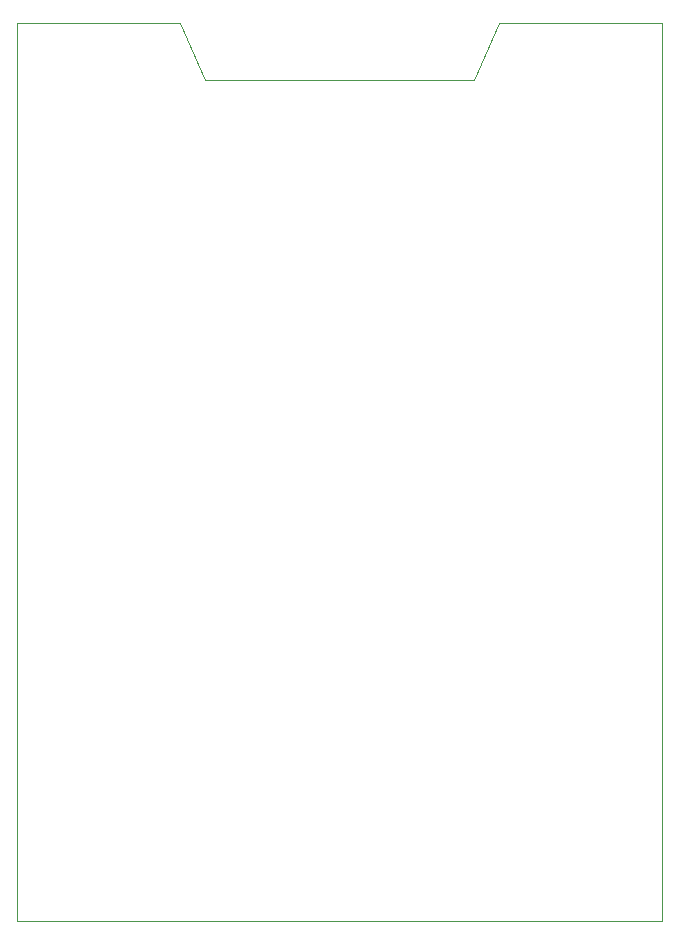
<source format=gm1>
G04 #@! TF.FileFunction,Profile,NP*
%FSLAX46Y46*%
G04 Gerber Fmt 4.6, Leading zero omitted, Abs format (unit mm)*
G04 Created by KiCad (PCBNEW 4.0.7) date 10/18/17 23:54:45*
%MOMM*%
%LPD*%
G01*
G04 APERTURE LIST*
%ADD10C,0.150000*%
%ADD11C,0.100000*%
G04 APERTURE END LIST*
D10*
D11*
X114800000Y-135000000D02*
X169400000Y-135000000D01*
X169400000Y-99000000D02*
X169400000Y-135000000D01*
X169400000Y-59000000D02*
X169400000Y-99000000D01*
X155600000Y-59000000D02*
X169400000Y-59000000D01*
X153500000Y-63800000D02*
X155600000Y-59000000D01*
X130700000Y-63800000D02*
X153500000Y-63800000D01*
X114800000Y-59000000D02*
X114800000Y-135000000D01*
X128600000Y-59000000D02*
X114800000Y-59000000D01*
X130700000Y-63800000D02*
X128600000Y-59000000D01*
M02*

</source>
